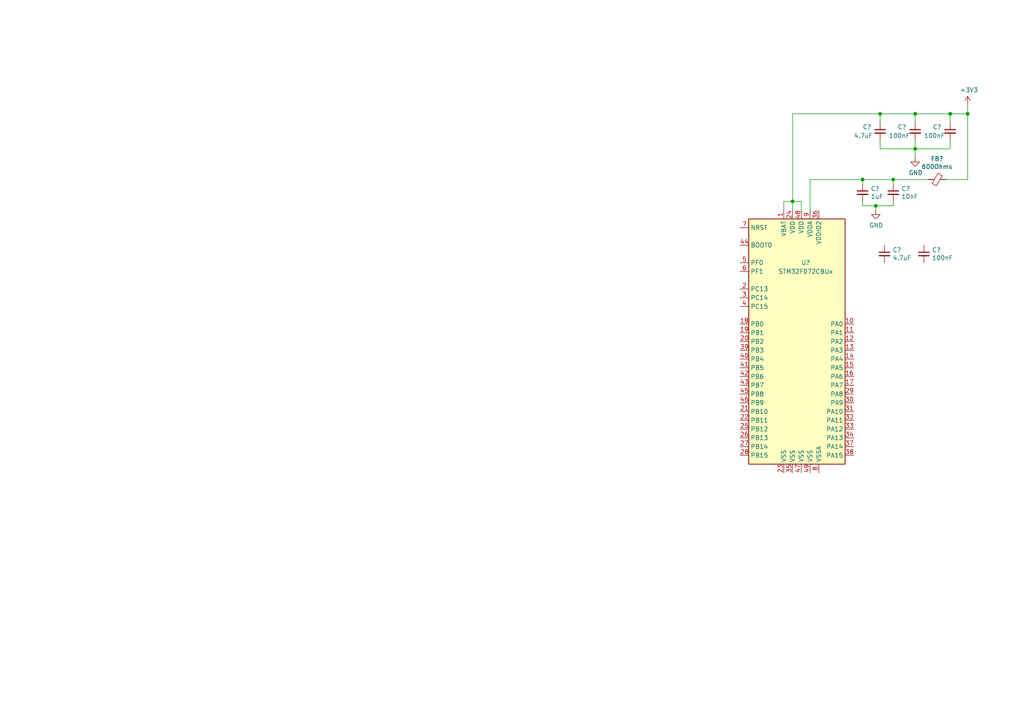
<source format=kicad_sch>
(kicad_sch (version 20230121) (generator eeschema)
  (paper "A4")
  (lib_symbols
    (symbol "Device:C_Small" (pin_numbers hide) (pin_names (offset 0.254) hide)
      (property "Reference" "C" (at 0.254 1.778 0))
      (property "Value" "C_Small" (at 0.254 -2.032 0))
      (symbol "C_Small_0_1"
        (polyline (pts (xy -1.524 -0.508) (xy 1.524 -0.508)) (stroke (width 0.3302)))
        (polyline (pts (xy -1.524 0.508) (xy 1.524 0.508)) (stroke (width 0.3048)))
      )
      (symbol "C_Small_1_1"
        (pin passive line (at 0 2.54 270) (length 2.032) (name "~") (number "1"))
        (pin passive line (at 0 -2.54 90) (length 2.032) (name "~") (number "2"))
      )
    )
    (symbol "PD-SNIFFER-rescue:+3.3V-power" (power) (pin_names (offset 0))
      (property "Value" "+3.3V-power" (at 0 3.556 0))
      (symbol "+3.3V-power_0_1"
        (polyline (pts (xy -0.762 1.27) (xy 0 2.54)))
        (polyline (pts (xy 0 0) (xy 0 2.54)))
        (polyline (pts (xy 0 2.54) (xy 0.762 1.27)))
      )
      (symbol "+3.3V-power_1_1"
        (pin power_in line (at 0 0 90) (length 0) hide (name "+3V3") (number "1"))
      )
    )
    (symbol "PD-SNIFFER-rescue:Ferrite_Bead_Small-Device" (pin_numbers hide) (pin_names (offset 0))
      (property "Reference" "FB" (at 1.905 1.27 0))
      (property "Value" "Device_Ferrite_Bead_Small" (at 1.905 -1.27 0))
      (symbol "Ferrite_Bead_Small-Device_0_1"
        (polyline (pts (xy 0 -1.27) (xy 0 -0.7874)))
        (polyline (pts (xy 0 0.889) (xy 0 1.2954)))
        (polyline (pts (xy -1.8288 0.2794) (xy -1.1176 1.4986) (xy 1.8288 -0.2032) (xy 1.1176 -1.4224) (xy -1.8288 0.2794)))
      )
      (symbol "Ferrite_Bead_Small-Device_1_1"
        (pin passive line (at 0 2.54 270) (length 1.27) (name "~") (number "1"))
        (pin passive line (at 0 -2.54 90) (length 1.27) (name "~") (number "2"))
      )
    )
    (symbol "PD-SNIFFER-rescue:STM32F072CBUx-MCU_ST_STM32F0"
      (property "Reference" "U" (at -15.24 36.83 0))
      (property "Value" "MCU_ST_STM32F0_STM32F072CBUx" (at 7.62 36.83 0))
      (symbol "STM32F072CBUx-MCU_ST_STM32F0_0_1"
        (rectangle (start -15.24 -35.56) (end 12.7 35.56) (stroke (width 0.254)) (fill (type background)))
      )
      (symbol "STM32F072CBUx-MCU_ST_STM32F0_1_1"
        (pin power_in line (at -5.08 38.1 270) (length 2.54) (name "VBAT") (number "1"))
        (pin bidirectional line (at 15.24 5.08 180) (length 2.54) (name "PA0") (number "10"))
        (pin bidirectional line (at 15.24 2.54 180) (length 2.54) (name "PA1") (number "11"))
        (pin bidirectional line (at 15.24 0 180) (length 2.54) (name "PA2") (number "12"))
        (pin bidirectional line (at 15.24 -2.54 180) (length 2.54) (name "PA3") (number "13"))
        (pin bidirectional line (at 15.24 -5.08 180) (length 2.54) (name "PA4") (number "14"))
        (pin bidirectional line (at 15.24 -7.62 180) (length 2.54) (name "PA5") (number "15"))
        (pin bidirectional line (at 15.24 -10.16 180) (length 2.54) (name "PA6") (number "16"))
        (pin bidirectional line (at 15.24 -12.7 180) (length 2.54) (name "PA7") (number "17"))
        (pin bidirectional line (at -17.78 5.08 0) (length 2.54) (name "PB0") (number "18"))
        (pin bidirectional line (at -17.78 2.54 0) (length 2.54) (name "PB1") (number "19"))
        (pin bidirectional line (at -17.78 15.24 0) (length 2.54) (name "PC13") (number "2"))
        (pin bidirectional line (at -17.78 0 0) (length 2.54) (name "PB2") (number "20"))
        (pin bidirectional line (at -17.78 -20.32 0) (length 2.54) (name "PB10") (number "21"))
        (pin bidirectional line (at -17.78 -22.86 0) (length 2.54) (name "PB11") (number "22"))
        (pin power_in line (at -5.08 -38.1 90) (length 2.54) (name "VSS") (number "23"))
        (pin power_in line (at -2.54 38.1 270) (length 2.54) (name "VDD") (number "24"))
        (pin bidirectional line (at -17.78 -25.4 0) (length 2.54) (name "PB12") (number "25"))
        (pin bidirectional line (at -17.78 -27.94 0) (length 2.54) (name "PB13") (number "26"))
        (pin bidirectional line (at -17.78 -30.48 0) (length 2.54) (name "PB14") (number "27"))
        (pin bidirectional line (at -17.78 -33.02 0) (length 2.54) (name "PB15") (number "28"))
        (pin bidirectional line (at 15.24 -15.24 180) (length 2.54) (name "PA8") (number "29"))
        (pin bidirectional line (at -17.78 12.7 0) (length 2.54) (name "PC14") (number "3"))
        (pin bidirectional line (at 15.24 -17.78 180) (length 2.54) (name "PA9") (number "30"))
        (pin bidirectional line (at 15.24 -20.32 180) (length 2.54) (name "PA10") (number "31"))
        (pin bidirectional line (at 15.24 -22.86 180) (length 2.54) (name "PA11") (number "32"))
        (pin bidirectional line (at 15.24 -25.4 180) (length 2.54) (name "PA12") (number "33"))
        (pin bidirectional line (at 15.24 -27.94 180) (length 2.54) (name "PA13") (number "34"))
        (pin power_in line (at -2.54 -38.1 90) (length 2.54) (name "VSS") (number "35"))
        (pin power_in line (at 5.08 38.1 270) (length 2.54) (name "VDDIO2") (number "36"))
        (pin bidirectional line (at 15.24 -30.48 180) (length 2.54) (name "PA14") (number "37"))
        (pin bidirectional line (at 15.24 -33.02 180) (length 2.54) (name "PA15") (number "38"))
        (pin bidirectional line (at -17.78 -2.54 0) (length 2.54) (name "PB3") (number "39"))
        (pin bidirectional line (at -17.78 10.16 0) (length 2.54) (name "PC15") (number "4"))
        (pin bidirectional line (at -17.78 -5.08 0) (length 2.54) (name "PB4") (number "40"))
        (pin bidirectional line (at -17.78 -7.62 0) (length 2.54) (name "PB5") (number "41"))
        (pin bidirectional line (at -17.78 -10.16 0) (length 2.54) (name "PB6") (number "42"))
        (pin bidirectional line (at -17.78 -12.7 0) (length 2.54) (name "PB7") (number "43"))
        (pin input line (at -17.78 27.94 0) (length 2.54) (name "BOOT0") (number "44"))
        (pin bidirectional line (at -17.78 -15.24 0) (length 2.54) (name "PB8") (number "45"))
        (pin bidirectional line (at -17.78 -17.78 0) (length 2.54) (name "PB9") (number "46"))
        (pin power_in line (at 0 -38.1 90) (length 2.54) (name "VSS") (number "47"))
        (pin power_in line (at 0 38.1 270) (length 2.54) (name "VDD") (number "48"))
        (pin power_in line (at 2.54 -38.1 90) (length 2.54) (name "VSS") (number "49"))
        (pin input line (at -17.78 22.86 0) (length 2.54) (name "PF0") (number "5"))
        (pin input line (at -17.78 20.32 0) (length 2.54) (name "PF1") (number "6"))
        (pin input line (at -17.78 33.02 0) (length 2.54) (name "NRST") (number "7"))
        (pin power_in line (at 5.08 -38.1 90) (length 2.54) (name "VSSA") (number "8"))
        (pin power_in line (at 2.54 38.1 270) (length 2.54) (name "VDDA") (number "9"))
      )
    )
    (symbol "power:GND" (power) (pin_names (offset 0))
      (property "Value" "GND" (at 0 -3.81 0))
      (symbol "GND_0_1"
        (polyline (pts (xy 0 0) (xy 0 -1.27) (xy 1.27 -1.27) (xy 0 -2.54) (xy -1.27 -1.27) (xy 0 -1.27)))
      )
      (symbol "GND_1_1"
        (pin power_in line (at 0 0 270) (length 0) hide (name "GND") (number "1"))
      )
    )
  )
  (junction (at 265.43 43.18))
  (junction (at 254 59.69))
  (junction (at 229.87 58.42))
  (junction (at 275.59 33.02))
  (junction (at 250.19 52.07))
  (junction (at 259.08 52.07))
  (junction (at 265.43 33.02))
  (junction (at 255.27 33.02))
  (junction (at 280.67 33.02))
  (wire (pts (xy 227.33 60.96) (xy 227.33 58.42)))
  (wire (pts (xy 254 60.96) (xy 254 59.69)))
  (wire (pts (xy 255.27 43.18) (xy 265.43 43.18)))
  (wire (pts (xy 275.59 43.18) (xy 275.59 40.64)))
  (wire (pts (xy 280.67 52.07) (xy 280.67 33.02)))
  (wire (pts (xy 255.27 33.02) (xy 265.43 33.02)))
  (wire (pts (xy 250.19 52.07) (xy 250.19 53.34)))
  (wire (pts (xy 265.43 40.64) (xy 265.43 43.18)))
  (wire (pts (xy 280.67 33.02) (xy 275.59 33.02)))
  (wire (pts (xy 259.08 59.69) (xy 259.08 58.42)))
  (wire (pts (xy 232.41 58.42) (xy 232.41 60.96)))
  (wire (pts (xy 259.08 52.07) (xy 250.19 52.07)))
  (wire (pts (xy 229.87 58.42) (xy 229.87 33.02)))
  (wire (pts (xy 259.08 52.07) (xy 269.24 52.07)))
  (wire (pts (xy 254 59.69) (xy 259.08 59.69)))
  (wire (pts (xy 250.19 58.42) (xy 250.19 59.69)))
  (wire (pts (xy 265.43 45.72) (xy 265.43 43.18)))
  (wire (pts (xy 265.43 35.56) (xy 265.43 33.02)))
  (wire (pts (xy 255.27 40.64) (xy 255.27 43.18)))
  (wire (pts (xy 227.33 58.42) (xy 229.87 58.42)))
  (wire (pts (xy 259.08 53.34) (xy 259.08 52.07)))
  (wire (pts (xy 229.87 60.96) (xy 229.87 58.42)))
  (wire (pts (xy 265.43 43.18) (xy 275.59 43.18)))
  (wire (pts (xy 265.43 33.02) (xy 275.59 33.02)))
  (wire (pts (xy 229.87 58.42) (xy 232.41 58.42)))
  (wire (pts (xy 274.32 52.07) (xy 280.67 52.07)))
  (wire (pts (xy 255.27 35.56) (xy 255.27 33.02)))
  (wire (pts (xy 229.87 33.02) (xy 255.27 33.02)))
  (wire (pts (xy 250.19 59.69) (xy 254 59.69)))
  (wire (pts (xy 234.95 60.96) (xy 234.95 52.07)))
  (wire (pts (xy 275.59 33.02) (xy 275.59 35.56)))
  (wire (pts (xy 234.95 52.07) (xy 250.19 52.07)))
  (wire (pts (xy 280.67 30.48) (xy 280.67 33.02)))
  (symbol (lib_id "PD-SNIFFER-rescue:STM32F072CBUx-MCU_ST_STM32F0") (at 232.41 99.06 0) (unit 1)
    (property "Reference" "U?" (at 233.68 76.2 0))
    (property "Value" "STM32F072CBUx" (at 233.68 78.74 0))
    (property "Footprint" "Package_DFN_QFN:QFN-48-1EP_7x7mm_P0.5mm_EP5.6x5.6mm" (effects hide))
    (property "Datasheet" "http://www.st.com/st-web-ui/static/active/en/resource/technical/document/datasheet/DM00090510.pdf" (effects hide))
  )
  (symbol (lib_id "PD-SNIFFER-rescue:+3.3V-power") (at 280.67 30.48 0) (unit 1)
    (property "Reference" "#PWR?" (effects hide))
    (property "Value" "+3.3V" (at 281.051 26.0858 0))
  )
  (symbol (lib_id "power:GND") (at 265.43 45.72 0) (unit 1)
    (property "Reference" "#PWR?" (effects hide))
    (property "Value" "GND" (at 265.557 50.1142 0))
  )
  (symbol (lib_id "Device:C_Small") (at 265.43 38.1 0) (unit 1)
    (property "Reference" "C?" (at 260.35 36.83 0) (effects (justify left)))
    (property "Value" "100nF" (at 257.81 39.37 0) (effects (justify left)))
  )
  (symbol (lib_id "Device:C_Small") (at 267.97 73.66 0) (unit 1)
    (property "Reference" "C?" (at 270.3068 72.4916 0) (effects (justify left)))
    (property "Value" "100nF" (at 270.3068 74.803 0) (effects (justify left)))
  )
  (symbol (lib_id "Device:C_Small") (at 250.19 55.88 0) (unit 1)
    (property "Reference" "C?" (at 252.5268 54.7116 0) (effects (justify left)))
    (property "Value" "1uF" (at 252.5268 57.023 0) (effects (justify left)))
  )
  (symbol (lib_id "Device:C_Small") (at 259.08 55.88 0) (unit 1)
    (property "Reference" "C?" (at 261.4168 54.7116 0) (effects (justify left)))
    (property "Value" "10nF" (at 261.4168 57.023 0) (effects (justify left)))
  )
  (symbol (lib_id "Device:C_Small") (at 256.54 73.66 0) (unit 1)
    (property "Reference" "C?" (at 258.8768 72.4916 0) (effects (justify left)))
    (property "Value" "4.7uF" (at 258.8768 74.803 0) (effects (justify left)))
  )
  (symbol (lib_id "Device:C_Small") (at 255.27 38.1 0) (unit 1)
    (property "Reference" "C?" (at 250.19 36.83 0) (effects (justify left)))
    (property "Value" "4.7uF" (at 247.65 39.37 0) (effects (justify left)))
  )
  (symbol (lib_id "Device:C_Small") (at 275.59 38.1 0) (unit 1)
    (property "Reference" "C?" (at 270.51 36.83 0) (effects (justify left)))
    (property "Value" "100nF" (at 267.97 39.37 0) (effects (justify left)))
  )
  (symbol (lib_id "power:GND") (at 254 60.96 0) (unit 1)
    (property "Reference" "#PWR?" (effects hide))
    (property "Value" "GND" (at 254.127 65.3542 0))
  )
  (symbol (lib_id "PD-SNIFFER-rescue:Ferrite_Bead_Small-Device") (at 271.78 52.07 270) (unit 1)
    (property "Reference" "FB?" (at 271.78 46.0502 90))
    (property "Value" "600Ohms" (at 271.78 48.3616 90))
  )
)
</source>
